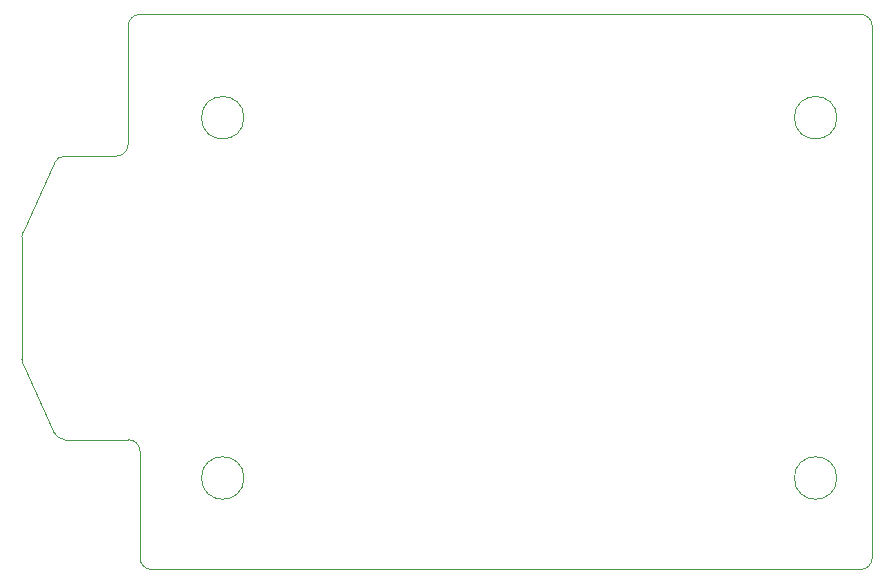
<source format=gbr>
%TF.GenerationSoftware,KiCad,Pcbnew,7.0.1*%
%TF.CreationDate,2024-06-10T22:25:48+03:00*%
%TF.ProjectId,PedalPower,50656461-6c50-46f7-9765-722e6b696361,rev?*%
%TF.SameCoordinates,Original*%
%TF.FileFunction,Profile,NP*%
%FSLAX46Y46*%
G04 Gerber Fmt 4.6, Leading zero omitted, Abs format (unit mm)*
G04 Created by KiCad (PCBNEW 7.0.1) date 2024-06-10 22:25:48*
%MOMM*%
%LPD*%
G01*
G04 APERTURE LIST*
%TA.AperFunction,Profile*%
%ADD10C,0.100000*%
%TD*%
G04 APERTURE END LIST*
D10*
X-9000000Y12000000D02*
G75*
G03*
X-8000000Y13000000I1J999999D01*
G01*
X55000000Y23000000D02*
X55000000Y-22000000D01*
X-7000000Y-13000000D02*
G75*
G03*
X-8000000Y-12000000I-999999J1D01*
G01*
X-8000000Y13000000D02*
X-8000000Y23000000D01*
X-7000000Y-22000000D02*
X-7000000Y-13000000D01*
X-7000000Y24000000D02*
G75*
G03*
X-8000000Y23000000I-1J-999999D01*
G01*
X-7000000Y24000000D02*
X54000000Y24000000D01*
X-17000000Y-5183391D02*
X-17000000Y5183391D01*
X-14266453Y-11413803D02*
X-16910366Y-5597194D01*
X1800000Y15250000D02*
G75*
G03*
X1800000Y15250000I-1800000J0D01*
G01*
X-16910366Y5597194D02*
G75*
G03*
X-17000000Y5183391I910344J-413799D01*
G01*
X-8000000Y-12000000D02*
X-13356087Y-12000000D01*
X55000000Y23000000D02*
G75*
G03*
X54000000Y24000000I-1000000J0D01*
G01*
X-13356087Y12000000D02*
X-9000000Y12000000D01*
X-16999999Y-5183391D02*
G75*
G03*
X-16910365Y-5597194I1000019J5D01*
G01*
X52000000Y-15250000D02*
G75*
G03*
X52000000Y-15250000I-1800000J0D01*
G01*
X54000000Y-23000000D02*
X-6000000Y-23000000D01*
X-7000000Y-22000000D02*
G75*
G03*
X-6000000Y-23000000I999999J-1D01*
G01*
X1800000Y-15250000D02*
G75*
G03*
X1800000Y-15250000I-1800000J0D01*
G01*
X-16910366Y5597194D02*
X-14266453Y11413803D01*
X54000000Y-23000000D02*
G75*
G03*
X55000000Y-22000000I0J1000000D01*
G01*
X-14266453Y-11413803D02*
G75*
G03*
X-13356087Y-12000000I910366J413802D01*
G01*
X52000000Y15250000D02*
G75*
G03*
X52000000Y15250000I-1800000J0D01*
G01*
X-13356087Y12000000D02*
G75*
G03*
X-14266453Y11413803I2J-1000002D01*
G01*
M02*

</source>
